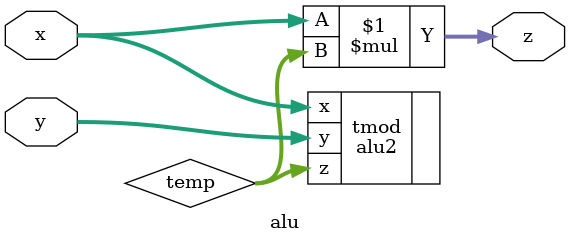
<source format=sv>
`include "assert.svh"

module alu #(parameter int W = 16) (
  input  logic [W-1:0] x,
  input  logic [W-1:0] y,
  output logic [W-1:0] z
);


  wire [15:0] temp;
  alu2 #(.W(16))
  tmod(
    .x(x),
    .y(y),
    .z(temp));


  assign z = x * temp;
endmodule

</source>
